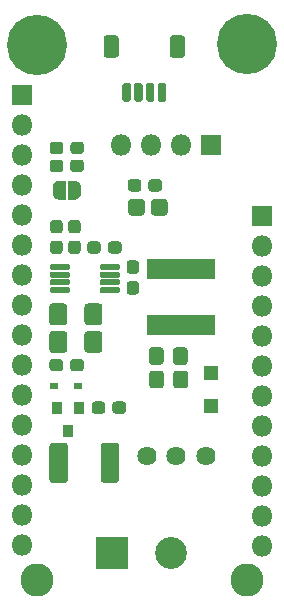
<source format=gbr>
%TF.GenerationSoftware,KiCad,Pcbnew,5.1.6-c6e7f7d~87~ubuntu18.04.1*%
%TF.CreationDate,2020-10-24T13:07:53-07:00*%
%TF.ProjectId,feather-power-supply-sw-smd-adj,66656174-6865-4722-9d70-6f7765722d73,rev?*%
%TF.SameCoordinates,Original*%
%TF.FileFunction,Soldermask,Top*%
%TF.FilePolarity,Negative*%
%FSLAX46Y46*%
G04 Gerber Fmt 4.6, Leading zero omitted, Abs format (unit mm)*
G04 Created by KiCad (PCBNEW 5.1.6-c6e7f7d~87~ubuntu18.04.1) date 2020-10-24 13:07:53*
%MOMM*%
%LPD*%
G01*
G04 APERTURE LIST*
%ADD10C,1.625600*%
%ADD11R,5.801600X1.701600*%
%ADD12O,1.801600X1.801600*%
%ADD13R,1.801600X1.801600*%
%ADD14R,0.701600X0.551600*%
%ADD15C,2.801600*%
%ADD16R,0.901600X1.001600*%
%ADD17R,2.701600X2.701600*%
%ADD18C,2.701600*%
%ADD19C,5.101600*%
%ADD20C,0.100000*%
%ADD21R,1.201600X1.201600*%
G04 APERTURE END LIST*
D10*
%TO.C,SW1*%
X145095600Y-96494600D03*
X142595600Y-96494600D03*
X140095600Y-96494600D03*
%TD*%
D11*
%TO.C,L1*%
X143002000Y-85408000D03*
X143002000Y-80708000D03*
%TD*%
%TO.C,R6*%
G36*
G01*
X133039400Y-71695300D02*
X133039400Y-72221100D01*
G75*
G02*
X132776500Y-72484000I-262900J0D01*
G01*
X132150700Y-72484000D01*
G75*
G02*
X131887800Y-72221100I0J262900D01*
G01*
X131887800Y-71695300D01*
G75*
G02*
X132150700Y-71432400I262900J0D01*
G01*
X132776500Y-71432400D01*
G75*
G02*
X133039400Y-71695300I0J-262900D01*
G01*
G37*
G36*
G01*
X134789400Y-71695300D02*
X134789400Y-72221100D01*
G75*
G02*
X134526500Y-72484000I-262900J0D01*
G01*
X133900700Y-72484000D01*
G75*
G02*
X133637800Y-72221100I0J262900D01*
G01*
X133637800Y-71695300D01*
G75*
G02*
X133900700Y-71432400I262900J0D01*
G01*
X134526500Y-71432400D01*
G75*
G02*
X134789400Y-71695300I0J-262900D01*
G01*
G37*
%TD*%
%TO.C,R4*%
G36*
G01*
X137205200Y-92693500D02*
X137205200Y-92167700D01*
G75*
G02*
X137468100Y-91904800I262900J0D01*
G01*
X138093900Y-91904800D01*
G75*
G02*
X138356800Y-92167700I0J-262900D01*
G01*
X138356800Y-92693500D01*
G75*
G02*
X138093900Y-92956400I-262900J0D01*
G01*
X137468100Y-92956400D01*
G75*
G02*
X137205200Y-92693500I0J262900D01*
G01*
G37*
G36*
G01*
X135455200Y-92693500D02*
X135455200Y-92167700D01*
G75*
G02*
X135718100Y-91904800I262900J0D01*
G01*
X136343900Y-91904800D01*
G75*
G02*
X136606800Y-92167700I0J-262900D01*
G01*
X136606800Y-92693500D01*
G75*
G02*
X136343900Y-92956400I-262900J0D01*
G01*
X135718100Y-92956400D01*
G75*
G02*
X135455200Y-92693500I0J262900D01*
G01*
G37*
%TD*%
%TO.C,C6*%
G36*
G01*
X141561400Y-89564286D02*
X141561400Y-90521714D01*
G75*
G02*
X141289314Y-90793800I-272086J0D01*
G01*
X140581886Y-90793800D01*
G75*
G02*
X140309800Y-90521714I0J272086D01*
G01*
X140309800Y-89564286D01*
G75*
G02*
X140581886Y-89292200I272086J0D01*
G01*
X141289314Y-89292200D01*
G75*
G02*
X141561400Y-89564286I0J-272086D01*
G01*
G37*
G36*
G01*
X143611400Y-89564286D02*
X143611400Y-90521714D01*
G75*
G02*
X143339314Y-90793800I-272086J0D01*
G01*
X142631886Y-90793800D01*
G75*
G02*
X142359800Y-90521714I0J272086D01*
G01*
X142359800Y-89564286D01*
G75*
G02*
X142631886Y-89292200I272086J0D01*
G01*
X143339314Y-89292200D01*
G75*
G02*
X143611400Y-89564286I0J-272086D01*
G01*
G37*
%TD*%
%TO.C,C5*%
G36*
G01*
X141536000Y-87583086D02*
X141536000Y-88540514D01*
G75*
G02*
X141263914Y-88812600I-272086J0D01*
G01*
X140556486Y-88812600D01*
G75*
G02*
X140284400Y-88540514I0J272086D01*
G01*
X140284400Y-87583086D01*
G75*
G02*
X140556486Y-87311000I272086J0D01*
G01*
X141263914Y-87311000D01*
G75*
G02*
X141536000Y-87583086I0J-272086D01*
G01*
G37*
G36*
G01*
X143586000Y-87583086D02*
X143586000Y-88540514D01*
G75*
G02*
X143313914Y-88812600I-272086J0D01*
G01*
X142606486Y-88812600D01*
G75*
G02*
X142334400Y-88540514I0J272086D01*
G01*
X142334400Y-87583086D01*
G75*
G02*
X142606486Y-87311000I272086J0D01*
G01*
X143313914Y-87311000D01*
G75*
G02*
X143586000Y-87583086I0J-272086D01*
G01*
G37*
%TD*%
%TO.C,C3*%
G36*
G01*
X134836200Y-87525975D02*
X134836200Y-86210025D01*
G75*
G02*
X135104025Y-85942200I267825J0D01*
G01*
X136094975Y-85942200D01*
G75*
G02*
X136362800Y-86210025I0J-267825D01*
G01*
X136362800Y-87525975D01*
G75*
G02*
X136094975Y-87793800I-267825J0D01*
G01*
X135104025Y-87793800D01*
G75*
G02*
X134836200Y-87525975I0J267825D01*
G01*
G37*
G36*
G01*
X131861200Y-87525975D02*
X131861200Y-86210025D01*
G75*
G02*
X132129025Y-85942200I267825J0D01*
G01*
X133119975Y-85942200D01*
G75*
G02*
X133387800Y-86210025I0J-267825D01*
G01*
X133387800Y-87525975D01*
G75*
G02*
X133119975Y-87793800I-267825J0D01*
G01*
X132129025Y-87793800D01*
G75*
G02*
X131861200Y-87525975I0J267825D01*
G01*
G37*
%TD*%
D12*
%TO.C,J2*%
X129565400Y-104089200D03*
X129565400Y-101549200D03*
X129565400Y-99009200D03*
X129565400Y-96469200D03*
X129565400Y-93929200D03*
X129565400Y-91389200D03*
X129565400Y-88849200D03*
X129565400Y-86309200D03*
X129565400Y-83769200D03*
X129565400Y-81229200D03*
X129565400Y-78689200D03*
X129565400Y-76149200D03*
X129565400Y-73609200D03*
X129565400Y-71069200D03*
X129565400Y-68529200D03*
D13*
X129565400Y-65989200D03*
%TD*%
%TO.C,R7*%
G36*
G01*
X133649200Y-70697100D02*
X133649200Y-70171300D01*
G75*
G02*
X133912100Y-69908400I262900J0D01*
G01*
X134537900Y-69908400D01*
G75*
G02*
X134800800Y-70171300I0J-262900D01*
G01*
X134800800Y-70697100D01*
G75*
G02*
X134537900Y-70960000I-262900J0D01*
G01*
X133912100Y-70960000D01*
G75*
G02*
X133649200Y-70697100I0J262900D01*
G01*
G37*
G36*
G01*
X131899200Y-70697100D02*
X131899200Y-70171300D01*
G75*
G02*
X132162100Y-69908400I262900J0D01*
G01*
X132787900Y-69908400D01*
G75*
G02*
X133050800Y-70171300I0J-262900D01*
G01*
X133050800Y-70697100D01*
G75*
G02*
X132787900Y-70960000I-262900J0D01*
G01*
X132162100Y-70960000D01*
G75*
G02*
X131899200Y-70697100I0J262900D01*
G01*
G37*
%TD*%
%TO.C,C4*%
G36*
G01*
X136824200Y-79129900D02*
X136824200Y-78604100D01*
G75*
G02*
X137087100Y-78341200I262900J0D01*
G01*
X137712900Y-78341200D01*
G75*
G02*
X137975800Y-78604100I0J-262900D01*
G01*
X137975800Y-79129900D01*
G75*
G02*
X137712900Y-79392800I-262900J0D01*
G01*
X137087100Y-79392800D01*
G75*
G02*
X136824200Y-79129900I0J262900D01*
G01*
G37*
G36*
G01*
X135074200Y-79129900D02*
X135074200Y-78604100D01*
G75*
G02*
X135337100Y-78341200I262900J0D01*
G01*
X135962900Y-78341200D01*
G75*
G02*
X136225800Y-78604100I0J-262900D01*
G01*
X136225800Y-79129900D01*
G75*
G02*
X135962900Y-79392800I-262900J0D01*
G01*
X135337100Y-79392800D01*
G75*
G02*
X135074200Y-79129900I0J262900D01*
G01*
G37*
%TD*%
%TO.C,U1*%
G36*
G01*
X136116600Y-80650600D02*
X136116600Y-80399800D01*
G75*
G02*
X136242000Y-80274400I125400J0D01*
G01*
X137717800Y-80274400D01*
G75*
G02*
X137843200Y-80399800I0J-125400D01*
G01*
X137843200Y-80650600D01*
G75*
G02*
X137717800Y-80776000I-125400J0D01*
G01*
X136242000Y-80776000D01*
G75*
G02*
X136116600Y-80650600I0J125400D01*
G01*
G37*
G36*
G01*
X136116600Y-81300600D02*
X136116600Y-81049800D01*
G75*
G02*
X136242000Y-80924400I125400J0D01*
G01*
X137717800Y-80924400D01*
G75*
G02*
X137843200Y-81049800I0J-125400D01*
G01*
X137843200Y-81300600D01*
G75*
G02*
X137717800Y-81426000I-125400J0D01*
G01*
X136242000Y-81426000D01*
G75*
G02*
X136116600Y-81300600I0J125400D01*
G01*
G37*
G36*
G01*
X136116600Y-81950600D02*
X136116600Y-81699800D01*
G75*
G02*
X136242000Y-81574400I125400J0D01*
G01*
X137717800Y-81574400D01*
G75*
G02*
X137843200Y-81699800I0J-125400D01*
G01*
X137843200Y-81950600D01*
G75*
G02*
X137717800Y-82076000I-125400J0D01*
G01*
X136242000Y-82076000D01*
G75*
G02*
X136116600Y-81950600I0J125400D01*
G01*
G37*
G36*
G01*
X136116600Y-82600600D02*
X136116600Y-82349800D01*
G75*
G02*
X136242000Y-82224400I125400J0D01*
G01*
X137717800Y-82224400D01*
G75*
G02*
X137843200Y-82349800I0J-125400D01*
G01*
X137843200Y-82600600D01*
G75*
G02*
X137717800Y-82726000I-125400J0D01*
G01*
X136242000Y-82726000D01*
G75*
G02*
X136116600Y-82600600I0J125400D01*
G01*
G37*
G36*
G01*
X131891600Y-82600600D02*
X131891600Y-82349800D01*
G75*
G02*
X132017000Y-82224400I125400J0D01*
G01*
X133492800Y-82224400D01*
G75*
G02*
X133618200Y-82349800I0J-125400D01*
G01*
X133618200Y-82600600D01*
G75*
G02*
X133492800Y-82726000I-125400J0D01*
G01*
X132017000Y-82726000D01*
G75*
G02*
X131891600Y-82600600I0J125400D01*
G01*
G37*
G36*
G01*
X131891600Y-81950600D02*
X131891600Y-81699800D01*
G75*
G02*
X132017000Y-81574400I125400J0D01*
G01*
X133492800Y-81574400D01*
G75*
G02*
X133618200Y-81699800I0J-125400D01*
G01*
X133618200Y-81950600D01*
G75*
G02*
X133492800Y-82076000I-125400J0D01*
G01*
X132017000Y-82076000D01*
G75*
G02*
X131891600Y-81950600I0J125400D01*
G01*
G37*
G36*
G01*
X131891600Y-81300600D02*
X131891600Y-81049800D01*
G75*
G02*
X132017000Y-80924400I125400J0D01*
G01*
X133492800Y-80924400D01*
G75*
G02*
X133618200Y-81049800I0J-125400D01*
G01*
X133618200Y-81300600D01*
G75*
G02*
X133492800Y-81426000I-125400J0D01*
G01*
X132017000Y-81426000D01*
G75*
G02*
X131891600Y-81300600I0J125400D01*
G01*
G37*
G36*
G01*
X131891600Y-80650600D02*
X131891600Y-80399800D01*
G75*
G02*
X132017000Y-80274400I125400J0D01*
G01*
X133492800Y-80274400D01*
G75*
G02*
X133618200Y-80399800I0J-125400D01*
G01*
X133618200Y-80650600D01*
G75*
G02*
X133492800Y-80776000I-125400J0D01*
G01*
X132017000Y-80776000D01*
G75*
G02*
X131891600Y-80650600I0J125400D01*
G01*
G37*
%TD*%
%TO.C,R1*%
G36*
G01*
X133623800Y-89086700D02*
X133623800Y-88560900D01*
G75*
G02*
X133886700Y-88298000I262900J0D01*
G01*
X134512500Y-88298000D01*
G75*
G02*
X134775400Y-88560900I0J-262900D01*
G01*
X134775400Y-89086700D01*
G75*
G02*
X134512500Y-89349600I-262900J0D01*
G01*
X133886700Y-89349600D01*
G75*
G02*
X133623800Y-89086700I0J262900D01*
G01*
G37*
G36*
G01*
X131873800Y-89086700D02*
X131873800Y-88560900D01*
G75*
G02*
X132136700Y-88298000I262900J0D01*
G01*
X132762500Y-88298000D01*
G75*
G02*
X133025400Y-88560900I0J-262900D01*
G01*
X133025400Y-89086700D01*
G75*
G02*
X132762500Y-89349600I-262900J0D01*
G01*
X132136700Y-89349600D01*
G75*
G02*
X131873800Y-89086700I0J262900D01*
G01*
G37*
%TD*%
D14*
%TO.C,D2*%
X134323800Y-90601800D03*
X132223800Y-90601800D03*
%TD*%
%TO.C,C2*%
G36*
G01*
X134836200Y-85189175D02*
X134836200Y-83873225D01*
G75*
G02*
X135104025Y-83605400I267825J0D01*
G01*
X136094975Y-83605400D01*
G75*
G02*
X136362800Y-83873225I0J-267825D01*
G01*
X136362800Y-85189175D01*
G75*
G02*
X136094975Y-85457000I-267825J0D01*
G01*
X135104025Y-85457000D01*
G75*
G02*
X134836200Y-85189175I0J267825D01*
G01*
G37*
G36*
G01*
X131861200Y-85189175D02*
X131861200Y-83873225D01*
G75*
G02*
X132129025Y-83605400I267825J0D01*
G01*
X133119975Y-83605400D01*
G75*
G02*
X133387800Y-83873225I0J-267825D01*
G01*
X133387800Y-85189175D01*
G75*
G02*
X133119975Y-85457000I-267825J0D01*
G01*
X132129025Y-85457000D01*
G75*
G02*
X131861200Y-85189175I0J267825D01*
G01*
G37*
%TD*%
D15*
%TO.C,H3*%
X148615400Y-107010200D03*
%TD*%
%TO.C,H4*%
X130810000Y-107010200D03*
%TD*%
%TO.C,J3*%
G36*
G01*
X137754000Y-61173966D02*
X137754000Y-62533234D01*
G75*
G02*
X137482834Y-62804400I-271166J0D01*
G01*
X136723566Y-62804400D01*
G75*
G02*
X136452400Y-62533234I0J271166D01*
G01*
X136452400Y-61173966D01*
G75*
G02*
X136723566Y-60902800I271166J0D01*
G01*
X137482834Y-60902800D01*
G75*
G02*
X137754000Y-61173966I0J-271166D01*
G01*
G37*
G36*
G01*
X143354000Y-61173966D02*
X143354000Y-62533234D01*
G75*
G02*
X143082834Y-62804400I-271166J0D01*
G01*
X142323566Y-62804400D01*
G75*
G02*
X142052400Y-62533234I0J271166D01*
G01*
X142052400Y-61173966D01*
G75*
G02*
X142323566Y-60902800I271166J0D01*
G01*
X143082834Y-60902800D01*
G75*
G02*
X143354000Y-61173966I0J-271166D01*
G01*
G37*
G36*
G01*
X138754000Y-65078200D02*
X138754000Y-66379000D01*
G75*
G02*
X138578600Y-66554400I-175400J0D01*
G01*
X138227800Y-66554400D01*
G75*
G02*
X138052400Y-66379000I0J175400D01*
G01*
X138052400Y-65078200D01*
G75*
G02*
X138227800Y-64902800I175400J0D01*
G01*
X138578600Y-64902800D01*
G75*
G02*
X138754000Y-65078200I0J-175400D01*
G01*
G37*
G36*
G01*
X139754000Y-65078200D02*
X139754000Y-66379000D01*
G75*
G02*
X139578600Y-66554400I-175400J0D01*
G01*
X139227800Y-66554400D01*
G75*
G02*
X139052400Y-66379000I0J175400D01*
G01*
X139052400Y-65078200D01*
G75*
G02*
X139227800Y-64902800I175400J0D01*
G01*
X139578600Y-64902800D01*
G75*
G02*
X139754000Y-65078200I0J-175400D01*
G01*
G37*
G36*
G01*
X140754000Y-65078200D02*
X140754000Y-66379000D01*
G75*
G02*
X140578600Y-66554400I-175400J0D01*
G01*
X140227800Y-66554400D01*
G75*
G02*
X140052400Y-66379000I0J175400D01*
G01*
X140052400Y-65078200D01*
G75*
G02*
X140227800Y-64902800I175400J0D01*
G01*
X140578600Y-64902800D01*
G75*
G02*
X140754000Y-65078200I0J-175400D01*
G01*
G37*
G36*
G01*
X141754000Y-65078200D02*
X141754000Y-66379000D01*
G75*
G02*
X141578600Y-66554400I-175400J0D01*
G01*
X141227800Y-66554400D01*
G75*
G02*
X141052400Y-66379000I0J175400D01*
G01*
X141052400Y-65078200D01*
G75*
G02*
X141227800Y-64902800I175400J0D01*
G01*
X141578600Y-64902800D01*
G75*
G02*
X141754000Y-65078200I0J-175400D01*
G01*
G37*
%TD*%
D16*
%TO.C,Q1*%
X133426200Y-94421200D03*
X132476200Y-92421200D03*
X134376200Y-92421200D03*
%TD*%
%TO.C,R2*%
G36*
G01*
X139654800Y-73346300D02*
X139654800Y-73872100D01*
G75*
G02*
X139391900Y-74135000I-262900J0D01*
G01*
X138766100Y-74135000D01*
G75*
G02*
X138503200Y-73872100I0J262900D01*
G01*
X138503200Y-73346300D01*
G75*
G02*
X138766100Y-73083400I262900J0D01*
G01*
X139391900Y-73083400D01*
G75*
G02*
X139654800Y-73346300I0J-262900D01*
G01*
G37*
G36*
G01*
X141404800Y-73346300D02*
X141404800Y-73872100D01*
G75*
G02*
X141141900Y-74135000I-262900J0D01*
G01*
X140516100Y-74135000D01*
G75*
G02*
X140253200Y-73872100I0J262900D01*
G01*
X140253200Y-73346300D01*
G75*
G02*
X140516100Y-73083400I262900J0D01*
G01*
X141141900Y-73083400D01*
G75*
G02*
X141404800Y-73346300I0J-262900D01*
G01*
G37*
%TD*%
%TO.C,D3*%
G36*
G01*
X139958800Y-75032138D02*
X139958800Y-75894662D01*
G75*
G02*
X139689262Y-76164200I-269538J0D01*
G01*
X138801738Y-76164200D01*
G75*
G02*
X138532200Y-75894662I0J269538D01*
G01*
X138532200Y-75032138D01*
G75*
G02*
X138801738Y-74762600I269538J0D01*
G01*
X139689262Y-74762600D01*
G75*
G02*
X139958800Y-75032138I0J-269538D01*
G01*
G37*
G36*
G01*
X141883800Y-75032138D02*
X141883800Y-75894662D01*
G75*
G02*
X141614262Y-76164200I-269538J0D01*
G01*
X140726738Y-76164200D01*
G75*
G02*
X140457200Y-75894662I0J269538D01*
G01*
X140457200Y-75032138D01*
G75*
G02*
X140726738Y-74762600I269538J0D01*
G01*
X141614262Y-74762600D01*
G75*
G02*
X141883800Y-75032138I0J-269538D01*
G01*
G37*
%TD*%
D12*
%TO.C,J4*%
X137922000Y-70231000D03*
X140462000Y-70231000D03*
X143002000Y-70231000D03*
D13*
X145542000Y-70231000D03*
%TD*%
D17*
%TO.C,J5*%
X137160000Y-104775000D03*
D18*
X142160000Y-104775000D03*
%TD*%
%TO.C,F1*%
G36*
G01*
X133449000Y-95670621D02*
X133449000Y-98537779D01*
G75*
G02*
X133181779Y-98805000I-267221J0D01*
G01*
X132139621Y-98805000D01*
G75*
G02*
X131872400Y-98537779I0J267221D01*
G01*
X131872400Y-95670621D01*
G75*
G02*
X132139621Y-95403400I267221J0D01*
G01*
X133181779Y-95403400D01*
G75*
G02*
X133449000Y-95670621I0J-267221D01*
G01*
G37*
G36*
G01*
X137774000Y-95670621D02*
X137774000Y-98537779D01*
G75*
G02*
X137506779Y-98805000I-267221J0D01*
G01*
X136464621Y-98805000D01*
G75*
G02*
X136197400Y-98537779I0J267221D01*
G01*
X136197400Y-95670621D01*
G75*
G02*
X136464621Y-95403400I267221J0D01*
G01*
X137506779Y-95403400D01*
G75*
G02*
X137774000Y-95670621I0J-267221D01*
G01*
G37*
%TD*%
D19*
%TO.C,H2*%
X148615400Y-61671200D03*
%TD*%
%TO.C,H1*%
X130810000Y-61696600D03*
%TD*%
D20*
%TO.C,JP1*%
G36*
X133490089Y-74815424D02*
G01*
X133480560Y-74812533D01*
X133471777Y-74807839D01*
X133464079Y-74801521D01*
X133457761Y-74793823D01*
X133453067Y-74785040D01*
X133450176Y-74775511D01*
X133449200Y-74765600D01*
X133449200Y-73265600D01*
X133450176Y-73255689D01*
X133453067Y-73246160D01*
X133457761Y-73237377D01*
X133464079Y-73229679D01*
X133471777Y-73223361D01*
X133480560Y-73218667D01*
X133490089Y-73215776D01*
X133500000Y-73214800D01*
X134000000Y-73214800D01*
X134006113Y-73215402D01*
X134024534Y-73215402D01*
X134029514Y-73215647D01*
X134078345Y-73220457D01*
X134083275Y-73221188D01*
X134131400Y-73230760D01*
X134136237Y-73231972D01*
X134183192Y-73246216D01*
X134187885Y-73247895D01*
X134233218Y-73266672D01*
X134237726Y-73268804D01*
X134280999Y-73291935D01*
X134285273Y-73294497D01*
X134326072Y-73321757D01*
X134330077Y-73324727D01*
X134368006Y-73355855D01*
X134371700Y-73359203D01*
X134406397Y-73393900D01*
X134409745Y-73397594D01*
X134440873Y-73435523D01*
X134443843Y-73439528D01*
X134471103Y-73480327D01*
X134473665Y-73484601D01*
X134496796Y-73527874D01*
X134498928Y-73532382D01*
X134517705Y-73577715D01*
X134519384Y-73582408D01*
X134533628Y-73629363D01*
X134534840Y-73634200D01*
X134544412Y-73682325D01*
X134545143Y-73687255D01*
X134549953Y-73736086D01*
X134550198Y-73741066D01*
X134550198Y-73759487D01*
X134550800Y-73765600D01*
X134550800Y-74265600D01*
X134550198Y-74271713D01*
X134550198Y-74290134D01*
X134549953Y-74295114D01*
X134545143Y-74343945D01*
X134544412Y-74348875D01*
X134534840Y-74397000D01*
X134533628Y-74401837D01*
X134519384Y-74448792D01*
X134517705Y-74453485D01*
X134498928Y-74498818D01*
X134496796Y-74503326D01*
X134473665Y-74546599D01*
X134471103Y-74550873D01*
X134443843Y-74591672D01*
X134440873Y-74595677D01*
X134409745Y-74633606D01*
X134406397Y-74637300D01*
X134371700Y-74671997D01*
X134368006Y-74675345D01*
X134330077Y-74706473D01*
X134326072Y-74709443D01*
X134285273Y-74736703D01*
X134280999Y-74739265D01*
X134237726Y-74762396D01*
X134233218Y-74764528D01*
X134187885Y-74783305D01*
X134183192Y-74784984D01*
X134136237Y-74799228D01*
X134131400Y-74800440D01*
X134083275Y-74810012D01*
X134078345Y-74810743D01*
X134029514Y-74815553D01*
X134024534Y-74815798D01*
X134006113Y-74815798D01*
X134000000Y-74816400D01*
X133500000Y-74816400D01*
X133490089Y-74815424D01*
G37*
G36*
X132693887Y-74815798D02*
G01*
X132675466Y-74815798D01*
X132670486Y-74815553D01*
X132621655Y-74810743D01*
X132616725Y-74810012D01*
X132568600Y-74800440D01*
X132563763Y-74799228D01*
X132516808Y-74784984D01*
X132512115Y-74783305D01*
X132466782Y-74764528D01*
X132462274Y-74762396D01*
X132419001Y-74739265D01*
X132414727Y-74736703D01*
X132373928Y-74709443D01*
X132369923Y-74706473D01*
X132331994Y-74675345D01*
X132328300Y-74671997D01*
X132293603Y-74637300D01*
X132290255Y-74633606D01*
X132259127Y-74595677D01*
X132256157Y-74591672D01*
X132228897Y-74550873D01*
X132226335Y-74546599D01*
X132203204Y-74503326D01*
X132201072Y-74498818D01*
X132182295Y-74453485D01*
X132180616Y-74448792D01*
X132166372Y-74401837D01*
X132165160Y-74397000D01*
X132155588Y-74348875D01*
X132154857Y-74343945D01*
X132150047Y-74295114D01*
X132149802Y-74290134D01*
X132149802Y-74271713D01*
X132149200Y-74265600D01*
X132149200Y-73765600D01*
X132149802Y-73759487D01*
X132149802Y-73741066D01*
X132150047Y-73736086D01*
X132154857Y-73687255D01*
X132155588Y-73682325D01*
X132165160Y-73634200D01*
X132166372Y-73629363D01*
X132180616Y-73582408D01*
X132182295Y-73577715D01*
X132201072Y-73532382D01*
X132203204Y-73527874D01*
X132226335Y-73484601D01*
X132228897Y-73480327D01*
X132256157Y-73439528D01*
X132259127Y-73435523D01*
X132290255Y-73397594D01*
X132293603Y-73393900D01*
X132328300Y-73359203D01*
X132331994Y-73355855D01*
X132369923Y-73324727D01*
X132373928Y-73321757D01*
X132414727Y-73294497D01*
X132419001Y-73291935D01*
X132462274Y-73268804D01*
X132466782Y-73266672D01*
X132512115Y-73247895D01*
X132516808Y-73246216D01*
X132563763Y-73231972D01*
X132568600Y-73230760D01*
X132616725Y-73221188D01*
X132621655Y-73220457D01*
X132670486Y-73215647D01*
X132675466Y-73215402D01*
X132693887Y-73215402D01*
X132700000Y-73214800D01*
X133200000Y-73214800D01*
X133209911Y-73215776D01*
X133219440Y-73218667D01*
X133228223Y-73223361D01*
X133235921Y-73229679D01*
X133242239Y-73237377D01*
X133246933Y-73246160D01*
X133249824Y-73255689D01*
X133250800Y-73265600D01*
X133250800Y-74765600D01*
X133249824Y-74775511D01*
X133246933Y-74785040D01*
X133242239Y-74793823D01*
X133235921Y-74801521D01*
X133228223Y-74807839D01*
X133219440Y-74812533D01*
X133209911Y-74815424D01*
X133200000Y-74816400D01*
X132700000Y-74816400D01*
X132693887Y-74815798D01*
G37*
%TD*%
%TO.C,R5*%
G36*
G01*
X132723900Y-77678800D02*
X132198100Y-77678800D01*
G75*
G02*
X131935200Y-77415900I0J262900D01*
G01*
X131935200Y-76790100D01*
G75*
G02*
X132198100Y-76527200I262900J0D01*
G01*
X132723900Y-76527200D01*
G75*
G02*
X132986800Y-76790100I0J-262900D01*
G01*
X132986800Y-77415900D01*
G75*
G02*
X132723900Y-77678800I-262900J0D01*
G01*
G37*
G36*
G01*
X132723900Y-79428800D02*
X132198100Y-79428800D01*
G75*
G02*
X131935200Y-79165900I0J262900D01*
G01*
X131935200Y-78540100D01*
G75*
G02*
X132198100Y-78277200I262900J0D01*
G01*
X132723900Y-78277200D01*
G75*
G02*
X132986800Y-78540100I0J-262900D01*
G01*
X132986800Y-79165900D01*
G75*
G02*
X132723900Y-79428800I-262900J0D01*
G01*
G37*
%TD*%
D21*
%TO.C,D1*%
X145592800Y-92255800D03*
X145592800Y-89455800D03*
%TD*%
%TO.C,R3*%
G36*
G01*
X133722100Y-78277200D02*
X134247900Y-78277200D01*
G75*
G02*
X134510800Y-78540100I0J-262900D01*
G01*
X134510800Y-79165900D01*
G75*
G02*
X134247900Y-79428800I-262900J0D01*
G01*
X133722100Y-79428800D01*
G75*
G02*
X133459200Y-79165900I0J262900D01*
G01*
X133459200Y-78540100D01*
G75*
G02*
X133722100Y-78277200I262900J0D01*
G01*
G37*
G36*
G01*
X133722100Y-76527200D02*
X134247900Y-76527200D01*
G75*
G02*
X134510800Y-76790100I0J-262900D01*
G01*
X134510800Y-77415900D01*
G75*
G02*
X134247900Y-77678800I-262900J0D01*
G01*
X133722100Y-77678800D01*
G75*
G02*
X133459200Y-77415900I0J262900D01*
G01*
X133459200Y-76790100D01*
G75*
G02*
X133722100Y-76527200I262900J0D01*
G01*
G37*
%TD*%
%TO.C,C1*%
G36*
G01*
X138675100Y-81706200D02*
X139200900Y-81706200D01*
G75*
G02*
X139463800Y-81969100I0J-262900D01*
G01*
X139463800Y-82594900D01*
G75*
G02*
X139200900Y-82857800I-262900J0D01*
G01*
X138675100Y-82857800D01*
G75*
G02*
X138412200Y-82594900I0J262900D01*
G01*
X138412200Y-81969100D01*
G75*
G02*
X138675100Y-81706200I262900J0D01*
G01*
G37*
G36*
G01*
X138675100Y-79956200D02*
X139200900Y-79956200D01*
G75*
G02*
X139463800Y-80219100I0J-262900D01*
G01*
X139463800Y-80844900D01*
G75*
G02*
X139200900Y-81107800I-262900J0D01*
G01*
X138675100Y-81107800D01*
G75*
G02*
X138412200Y-80844900I0J262900D01*
G01*
X138412200Y-80219100D01*
G75*
G02*
X138675100Y-79956200I262900J0D01*
G01*
G37*
%TD*%
D13*
%TO.C,J1*%
X149860000Y-76200000D03*
D12*
X149860000Y-78740000D03*
X149860000Y-81280000D03*
X149860000Y-83820000D03*
X149860000Y-86360000D03*
X149860000Y-88900000D03*
X149860000Y-91440000D03*
X149860000Y-93980000D03*
X149860000Y-96520000D03*
X149860000Y-99060000D03*
X149860000Y-101600000D03*
X149860000Y-104140000D03*
%TD*%
M02*

</source>
